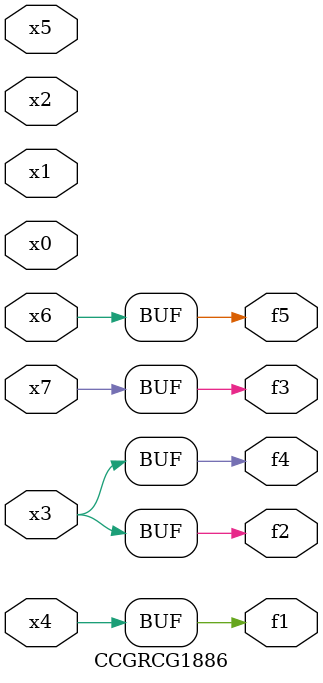
<source format=v>
module CCGRCG1886(
	input x0, x1, x2, x3, x4, x5, x6, x7,
	output f1, f2, f3, f4, f5
);
	assign f1 = x4;
	assign f2 = x3;
	assign f3 = x7;
	assign f4 = x3;
	assign f5 = x6;
endmodule

</source>
